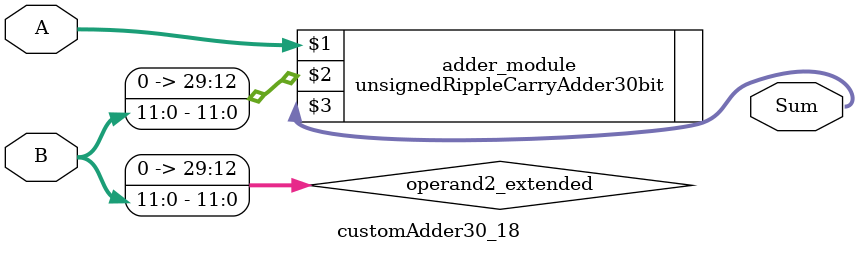
<source format=v>

module customAdder30_18(
                    input [29 : 0] A,
                    input [11 : 0] B,
                    
                    output [30 : 0] Sum
            );

    wire [29 : 0] operand2_extended;
    
    assign operand2_extended =  {18'b0, B};
    
    unsignedRippleCarryAdder30bit adder_module(
        A,
        operand2_extended,
        Sum
    );
    
endmodule
        
</source>
